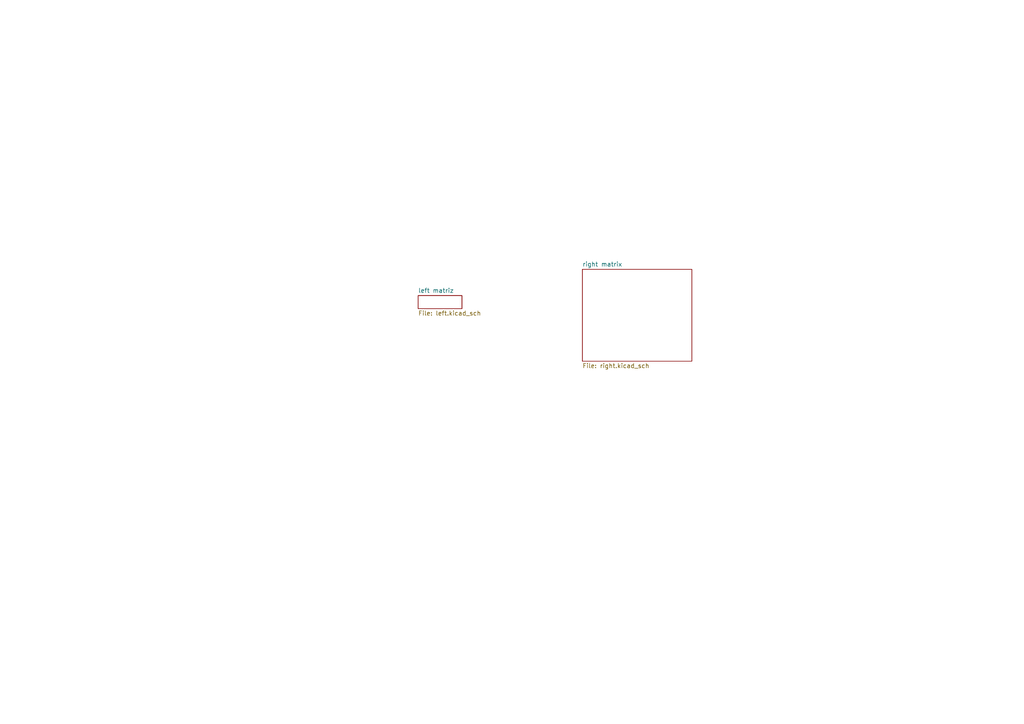
<source format=kicad_sch>
(kicad_sch
	(version 20250114)
	(generator "eeschema")
	(generator_version "9.0")
	(uuid "426f728c-d93c-40eb-b5f2-091f443adbca")
	(paper "A4")
	(lib_symbols)
	(sheet
		(at 121.285 85.725)
		(size 12.7 3.81)
		(exclude_from_sim no)
		(in_bom yes)
		(on_board yes)
		(dnp no)
		(fields_autoplaced yes)
		(stroke
			(width 0.1524)
			(type solid)
		)
		(fill
			(color 0 0 0 0.0000)
		)
		(uuid "bd6eccc7-4c5a-43e1-af68-c2c606b4e37f")
		(property "Sheetname" "left matriz"
			(at 121.285 85.0134 0)
			(effects
				(font
					(size 1.27 1.27)
				)
				(justify left bottom)
			)
		)
		(property "Sheetfile" "left.kicad_sch"
			(at 121.285 90.1196 0)
			(effects
				(font
					(size 1.27 1.27)
				)
				(justify left top)
			)
		)
		(instances
			(project "Single"
				(path "/426f728c-d93c-40eb-b5f2-091f443adbca"
					(page "3")
				)
			)
		)
	)
	(sheet
		(at 168.91 78.105)
		(size 31.75 26.67)
		(exclude_from_sim no)
		(in_bom yes)
		(on_board yes)
		(dnp no)
		(fields_autoplaced yes)
		(stroke
			(width 0.1524)
			(type solid)
		)
		(fill
			(color 0 0 0 0.0000)
		)
		(uuid "fdcbd120-1d4a-47bd-be35-d0401c54bbb0")
		(property "Sheetname" "right matrix"
			(at 168.91 77.3934 0)
			(effects
				(font
					(size 1.27 1.27)
				)
				(justify left bottom)
			)
		)
		(property "Sheetfile" "right.kicad_sch"
			(at 168.91 105.3596 0)
			(effects
				(font
					(size 1.27 1.27)
				)
				(justify left top)
			)
		)
		(instances
			(project "Single"
				(path "/426f728c-d93c-40eb-b5f2-091f443adbca"
					(page "2")
				)
			)
		)
	)
	(sheet_instances
		(path "/"
			(page "1")
		)
	)
	(embedded_fonts no)
)

</source>
